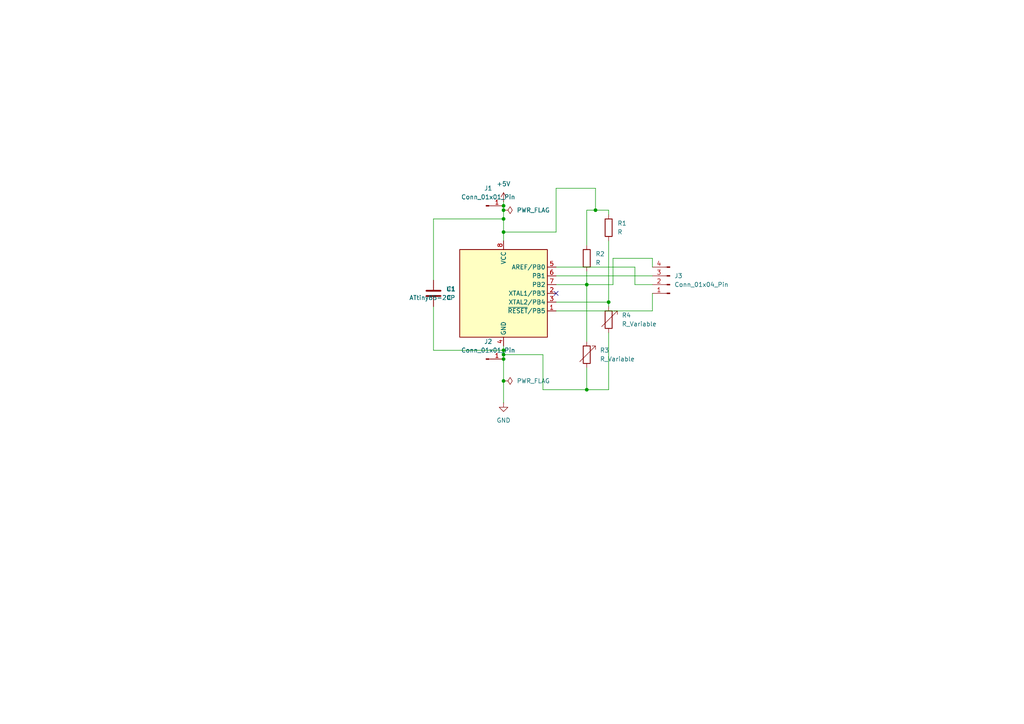
<source format=kicad_sch>
(kicad_sch
	(version 20231120)
	(generator "eeschema")
	(generator_version "8.0")
	(uuid "90008a7c-6243-4ff5-a760-c4535a0a12e9")
	(paper "A4")
	(lib_symbols
		(symbol "Connector:Conn_01x01_Pin"
			(pin_names
				(offset 1.016) hide)
			(exclude_from_sim no)
			(in_bom yes)
			(on_board yes)
			(property "Reference" "J"
				(at 0 2.54 0)
				(effects
					(font
						(size 1.27 1.27)
					)
				)
			)
			(property "Value" "Conn_01x01_Pin"
				(at 0 -2.54 0)
				(effects
					(font
						(size 1.27 1.27)
					)
				)
			)
			(property "Footprint" ""
				(at 0 0 0)
				(effects
					(font
						(size 1.27 1.27)
					)
					(hide yes)
				)
			)
			(property "Datasheet" "~"
				(at 0 0 0)
				(effects
					(font
						(size 1.27 1.27)
					)
					(hide yes)
				)
			)
			(property "Description" "Generic connector, single row, 01x01, script generated"
				(at 0 0 0)
				(effects
					(font
						(size 1.27 1.27)
					)
					(hide yes)
				)
			)
			(property "ki_locked" ""
				(at 0 0 0)
				(effects
					(font
						(size 1.27 1.27)
					)
				)
			)
			(property "ki_keywords" "connector"
				(at 0 0 0)
				(effects
					(font
						(size 1.27 1.27)
					)
					(hide yes)
				)
			)
			(property "ki_fp_filters" "Connector*:*_1x??_*"
				(at 0 0 0)
				(effects
					(font
						(size 1.27 1.27)
					)
					(hide yes)
				)
			)
			(symbol "Conn_01x01_Pin_1_1"
				(polyline
					(pts
						(xy 1.27 0) (xy 0.8636 0)
					)
					(stroke
						(width 0.1524)
						(type default)
					)
					(fill
						(type none)
					)
				)
				(rectangle
					(start 0.8636 0.127)
					(end 0 -0.127)
					(stroke
						(width 0.1524)
						(type default)
					)
					(fill
						(type outline)
					)
				)
				(pin passive line
					(at 5.08 0 180)
					(length 3.81)
					(name "Pin_1"
						(effects
							(font
								(size 1.27 1.27)
							)
						)
					)
					(number "1"
						(effects
							(font
								(size 1.27 1.27)
							)
						)
					)
				)
			)
		)
		(symbol "Connector:Conn_01x04_Pin"
			(pin_names
				(offset 1.016) hide)
			(exclude_from_sim no)
			(in_bom yes)
			(on_board yes)
			(property "Reference" "J"
				(at 0 5.08 0)
				(effects
					(font
						(size 1.27 1.27)
					)
				)
			)
			(property "Value" "Conn_01x04_Pin"
				(at 0 -7.62 0)
				(effects
					(font
						(size 1.27 1.27)
					)
				)
			)
			(property "Footprint" ""
				(at 0 0 0)
				(effects
					(font
						(size 1.27 1.27)
					)
					(hide yes)
				)
			)
			(property "Datasheet" "~"
				(at 0 0 0)
				(effects
					(font
						(size 1.27 1.27)
					)
					(hide yes)
				)
			)
			(property "Description" "Generic connector, single row, 01x04, script generated"
				(at 0 0 0)
				(effects
					(font
						(size 1.27 1.27)
					)
					(hide yes)
				)
			)
			(property "ki_locked" ""
				(at 0 0 0)
				(effects
					(font
						(size 1.27 1.27)
					)
				)
			)
			(property "ki_keywords" "connector"
				(at 0 0 0)
				(effects
					(font
						(size 1.27 1.27)
					)
					(hide yes)
				)
			)
			(property "ki_fp_filters" "Connector*:*_1x??_*"
				(at 0 0 0)
				(effects
					(font
						(size 1.27 1.27)
					)
					(hide yes)
				)
			)
			(symbol "Conn_01x04_Pin_1_1"
				(polyline
					(pts
						(xy 1.27 -5.08) (xy 0.8636 -5.08)
					)
					(stroke
						(width 0.1524)
						(type default)
					)
					(fill
						(type none)
					)
				)
				(polyline
					(pts
						(xy 1.27 -2.54) (xy 0.8636 -2.54)
					)
					(stroke
						(width 0.1524)
						(type default)
					)
					(fill
						(type none)
					)
				)
				(polyline
					(pts
						(xy 1.27 0) (xy 0.8636 0)
					)
					(stroke
						(width 0.1524)
						(type default)
					)
					(fill
						(type none)
					)
				)
				(polyline
					(pts
						(xy 1.27 2.54) (xy 0.8636 2.54)
					)
					(stroke
						(width 0.1524)
						(type default)
					)
					(fill
						(type none)
					)
				)
				(rectangle
					(start 0.8636 -4.953)
					(end 0 -5.207)
					(stroke
						(width 0.1524)
						(type default)
					)
					(fill
						(type outline)
					)
				)
				(rectangle
					(start 0.8636 -2.413)
					(end 0 -2.667)
					(stroke
						(width 0.1524)
						(type default)
					)
					(fill
						(type outline)
					)
				)
				(rectangle
					(start 0.8636 0.127)
					(end 0 -0.127)
					(stroke
						(width 0.1524)
						(type default)
					)
					(fill
						(type outline)
					)
				)
				(rectangle
					(start 0.8636 2.667)
					(end 0 2.413)
					(stroke
						(width 0.1524)
						(type default)
					)
					(fill
						(type outline)
					)
				)
				(pin passive line
					(at 5.08 2.54 180)
					(length 3.81)
					(name "Pin_1"
						(effects
							(font
								(size 1.27 1.27)
							)
						)
					)
					(number "1"
						(effects
							(font
								(size 1.27 1.27)
							)
						)
					)
				)
				(pin passive line
					(at 5.08 0 180)
					(length 3.81)
					(name "Pin_2"
						(effects
							(font
								(size 1.27 1.27)
							)
						)
					)
					(number "2"
						(effects
							(font
								(size 1.27 1.27)
							)
						)
					)
				)
				(pin passive line
					(at 5.08 -2.54 180)
					(length 3.81)
					(name "Pin_3"
						(effects
							(font
								(size 1.27 1.27)
							)
						)
					)
					(number "3"
						(effects
							(font
								(size 1.27 1.27)
							)
						)
					)
				)
				(pin passive line
					(at 5.08 -5.08 180)
					(length 3.81)
					(name "Pin_4"
						(effects
							(font
								(size 1.27 1.27)
							)
						)
					)
					(number "4"
						(effects
							(font
								(size 1.27 1.27)
							)
						)
					)
				)
			)
		)
		(symbol "Device:C"
			(pin_numbers hide)
			(pin_names
				(offset 0.254)
			)
			(exclude_from_sim no)
			(in_bom yes)
			(on_board yes)
			(property "Reference" "C"
				(at 0.635 2.54 0)
				(effects
					(font
						(size 1.27 1.27)
					)
					(justify left)
				)
			)
			(property "Value" "C"
				(at 0.635 -2.54 0)
				(effects
					(font
						(size 1.27 1.27)
					)
					(justify left)
				)
			)
			(property "Footprint" ""
				(at 0.9652 -3.81 0)
				(effects
					(font
						(size 1.27 1.27)
					)
					(hide yes)
				)
			)
			(property "Datasheet" "~"
				(at 0 0 0)
				(effects
					(font
						(size 1.27 1.27)
					)
					(hide yes)
				)
			)
			(property "Description" "Unpolarized capacitor"
				(at 0 0 0)
				(effects
					(font
						(size 1.27 1.27)
					)
					(hide yes)
				)
			)
			(property "ki_keywords" "cap capacitor"
				(at 0 0 0)
				(effects
					(font
						(size 1.27 1.27)
					)
					(hide yes)
				)
			)
			(property "ki_fp_filters" "C_*"
				(at 0 0 0)
				(effects
					(font
						(size 1.27 1.27)
					)
					(hide yes)
				)
			)
			(symbol "C_0_1"
				(polyline
					(pts
						(xy -2.032 -0.762) (xy 2.032 -0.762)
					)
					(stroke
						(width 0.508)
						(type default)
					)
					(fill
						(type none)
					)
				)
				(polyline
					(pts
						(xy -2.032 0.762) (xy 2.032 0.762)
					)
					(stroke
						(width 0.508)
						(type default)
					)
					(fill
						(type none)
					)
				)
			)
			(symbol "C_1_1"
				(pin passive line
					(at 0 3.81 270)
					(length 2.794)
					(name "~"
						(effects
							(font
								(size 1.27 1.27)
							)
						)
					)
					(number "1"
						(effects
							(font
								(size 1.27 1.27)
							)
						)
					)
				)
				(pin passive line
					(at 0 -3.81 90)
					(length 2.794)
					(name "~"
						(effects
							(font
								(size 1.27 1.27)
							)
						)
					)
					(number "2"
						(effects
							(font
								(size 1.27 1.27)
							)
						)
					)
				)
			)
		)
		(symbol "Device:R"
			(pin_numbers hide)
			(pin_names
				(offset 0)
			)
			(exclude_from_sim no)
			(in_bom yes)
			(on_board yes)
			(property "Reference" "R"
				(at 2.032 0 90)
				(effects
					(font
						(size 1.27 1.27)
					)
				)
			)
			(property "Value" "R"
				(at 0 0 90)
				(effects
					(font
						(size 1.27 1.27)
					)
				)
			)
			(property "Footprint" ""
				(at -1.778 0 90)
				(effects
					(font
						(size 1.27 1.27)
					)
					(hide yes)
				)
			)
			(property "Datasheet" "~"
				(at 0 0 0)
				(effects
					(font
						(size 1.27 1.27)
					)
					(hide yes)
				)
			)
			(property "Description" "Resistor"
				(at 0 0 0)
				(effects
					(font
						(size 1.27 1.27)
					)
					(hide yes)
				)
			)
			(property "ki_keywords" "R res resistor"
				(at 0 0 0)
				(effects
					(font
						(size 1.27 1.27)
					)
					(hide yes)
				)
			)
			(property "ki_fp_filters" "R_*"
				(at 0 0 0)
				(effects
					(font
						(size 1.27 1.27)
					)
					(hide yes)
				)
			)
			(symbol "R_0_1"
				(rectangle
					(start -1.016 -2.54)
					(end 1.016 2.54)
					(stroke
						(width 0.254)
						(type default)
					)
					(fill
						(type none)
					)
				)
			)
			(symbol "R_1_1"
				(pin passive line
					(at 0 3.81 270)
					(length 1.27)
					(name "~"
						(effects
							(font
								(size 1.27 1.27)
							)
						)
					)
					(number "1"
						(effects
							(font
								(size 1.27 1.27)
							)
						)
					)
				)
				(pin passive line
					(at 0 -3.81 90)
					(length 1.27)
					(name "~"
						(effects
							(font
								(size 1.27 1.27)
							)
						)
					)
					(number "2"
						(effects
							(font
								(size 1.27 1.27)
							)
						)
					)
				)
			)
		)
		(symbol "Device:R_Variable"
			(pin_numbers hide)
			(pin_names
				(offset 0)
			)
			(exclude_from_sim no)
			(in_bom yes)
			(on_board yes)
			(property "Reference" "R"
				(at 2.54 -2.54 90)
				(effects
					(font
						(size 1.27 1.27)
					)
					(justify left)
				)
			)
			(property "Value" "R_Variable"
				(at -2.54 -1.27 90)
				(effects
					(font
						(size 1.27 1.27)
					)
					(justify left)
				)
			)
			(property "Footprint" ""
				(at -1.778 0 90)
				(effects
					(font
						(size 1.27 1.27)
					)
					(hide yes)
				)
			)
			(property "Datasheet" "~"
				(at 0 0 0)
				(effects
					(font
						(size 1.27 1.27)
					)
					(hide yes)
				)
			)
			(property "Description" "force sensitive resistor"
				(at 0 0 0)
				(effects
					(font
						(size 1.27 1.27)
						(color 0 69 255 1)
					)
					(hide yes)
				)
			)
			(property "ki_keywords" "R res resistor variable potentiometer rheostat"
				(at 0 0 0)
				(effects
					(font
						(size 1.27 1.27)
					)
					(hide yes)
				)
			)
			(property "ki_fp_filters" "R_*"
				(at 0 0 0)
				(effects
					(font
						(size 1.27 1.27)
					)
					(hide yes)
				)
			)
			(symbol "R_Variable_0_1"
				(rectangle
					(start -1.016 -2.54)
					(end 1.016 2.54)
					(stroke
						(width 0.254)
						(type default)
					)
					(fill
						(type none)
					)
				)
				(polyline
					(pts
						(xy 2.54 1.524) (xy 2.54 2.54) (xy 1.524 2.54) (xy 2.54 2.54) (xy -2.032 -2.032)
					)
					(stroke
						(width 0)
						(type default)
					)
					(fill
						(type none)
					)
				)
			)
			(symbol "R_Variable_1_1"
				(pin passive line
					(at 0 3.81 270)
					(length 1.27)
					(name "~"
						(effects
							(font
								(size 1.27 1.27)
							)
						)
					)
					(number "1"
						(effects
							(font
								(size 1.27 1.27)
							)
						)
					)
				)
				(pin passive line
					(at 0 -3.81 90)
					(length 1.27)
					(name "~"
						(effects
							(font
								(size 1.27 1.27)
							)
						)
					)
					(number "2"
						(effects
							(font
								(size 1.27 1.27)
							)
						)
					)
				)
			)
		)
		(symbol "MCU_Microchip_ATtiny:ATtiny85-20P"
			(exclude_from_sim no)
			(in_bom yes)
			(on_board yes)
			(property "Reference" "U"
				(at -12.7 13.97 0)
				(effects
					(font
						(size 1.27 1.27)
					)
					(justify left bottom)
				)
			)
			(property "Value" "ATtiny85-20P"
				(at 2.54 -13.97 0)
				(effects
					(font
						(size 1.27 1.27)
					)
					(justify left top)
				)
			)
			(property "Footprint" "Package_DIP:DIP-8_W7.62mm"
				(at 0 0 0)
				(effects
					(font
						(size 1.27 1.27)
						(italic yes)
					)
					(hide yes)
				)
			)
			(property "Datasheet" "http://ww1.microchip.com/downloads/en/DeviceDoc/atmel-2586-avr-8-bit-microcontroller-attiny25-attiny45-attiny85_datasheet.pdf"
				(at 0 0 0)
				(effects
					(font
						(size 1.27 1.27)
					)
					(hide yes)
				)
			)
			(property "Description" "20MHz, 8kB Flash, 512B SRAM, 512B EEPROM, debugWIRE, DIP-8"
				(at 0 0 0)
				(effects
					(font
						(size 1.27 1.27)
					)
					(hide yes)
				)
			)
			(property "ki_keywords" "AVR 8bit Microcontroller tinyAVR"
				(at 0 0 0)
				(effects
					(font
						(size 1.27 1.27)
					)
					(hide yes)
				)
			)
			(property "ki_fp_filters" "DIP*W7.62mm*"
				(at 0 0 0)
				(effects
					(font
						(size 1.27 1.27)
					)
					(hide yes)
				)
			)
			(symbol "ATtiny85-20P_0_1"
				(rectangle
					(start -12.7 -12.7)
					(end 12.7 12.7)
					(stroke
						(width 0.254)
						(type default)
					)
					(fill
						(type background)
					)
				)
			)
			(symbol "ATtiny85-20P_1_1"
				(pin bidirectional line
					(at 15.24 -5.08 180)
					(length 2.54)
					(name "~{RESET}/PB5"
						(effects
							(font
								(size 1.27 1.27)
							)
						)
					)
					(number "1"
						(effects
							(font
								(size 1.27 1.27)
							)
						)
					)
				)
				(pin bidirectional line
					(at 15.24 0 180)
					(length 2.54)
					(name "XTAL1/PB3"
						(effects
							(font
								(size 1.27 1.27)
							)
						)
					)
					(number "2"
						(effects
							(font
								(size 1.27 1.27)
							)
						)
					)
				)
				(pin bidirectional line
					(at 15.24 -2.54 180)
					(length 2.54)
					(name "XTAL2/PB4"
						(effects
							(font
								(size 1.27 1.27)
							)
						)
					)
					(number "3"
						(effects
							(font
								(size 1.27 1.27)
							)
						)
					)
				)
				(pin power_in line
					(at 0 -15.24 90)
					(length 2.54)
					(name "GND"
						(effects
							(font
								(size 1.27 1.27)
							)
						)
					)
					(number "4"
						(effects
							(font
								(size 1.27 1.27)
							)
						)
					)
				)
				(pin bidirectional line
					(at 15.24 7.62 180)
					(length 2.54)
					(name "AREF/PB0"
						(effects
							(font
								(size 1.27 1.27)
							)
						)
					)
					(number "5"
						(effects
							(font
								(size 1.27 1.27)
							)
						)
					)
				)
				(pin bidirectional line
					(at 15.24 5.08 180)
					(length 2.54)
					(name "PB1"
						(effects
							(font
								(size 1.27 1.27)
							)
						)
					)
					(number "6"
						(effects
							(font
								(size 1.27 1.27)
							)
						)
					)
				)
				(pin bidirectional line
					(at 15.24 2.54 180)
					(length 2.54)
					(name "PB2"
						(effects
							(font
								(size 1.27 1.27)
							)
						)
					)
					(number "7"
						(effects
							(font
								(size 1.27 1.27)
							)
						)
					)
				)
				(pin power_in line
					(at 0 15.24 270)
					(length 2.54)
					(name "VCC"
						(effects
							(font
								(size 1.27 1.27)
							)
						)
					)
					(number "8"
						(effects
							(font
								(size 1.27 1.27)
							)
						)
					)
				)
			)
		)
		(symbol "power:+5V"
			(power)
			(pin_numbers hide)
			(pin_names
				(offset 0) hide)
			(exclude_from_sim no)
			(in_bom yes)
			(on_board yes)
			(property "Reference" "#PWR"
				(at 0 -3.81 0)
				(effects
					(font
						(size 1.27 1.27)
					)
					(hide yes)
				)
			)
			(property "Value" "+5V"
				(at 0 3.556 0)
				(effects
					(font
						(size 1.27 1.27)
					)
				)
			)
			(property "Footprint" ""
				(at 0 0 0)
				(effects
					(font
						(size 1.27 1.27)
					)
					(hide yes)
				)
			)
			(property "Datasheet" ""
				(at 0 0 0)
				(effects
					(font
						(size 1.27 1.27)
					)
					(hide yes)
				)
			)
			(property "Description" "Power symbol creates a global label with name \"+5V\""
				(at 0 0 0)
				(effects
					(font
						(size 1.27 1.27)
					)
					(hide yes)
				)
			)
			(property "ki_keywords" "global power"
				(at 0 0 0)
				(effects
					(font
						(size 1.27 1.27)
					)
					(hide yes)
				)
			)
			(symbol "+5V_0_1"
				(polyline
					(pts
						(xy -0.762 1.27) (xy 0 2.54)
					)
					(stroke
						(width 0)
						(type default)
					)
					(fill
						(type none)
					)
				)
				(polyline
					(pts
						(xy 0 0) (xy 0 2.54)
					)
					(stroke
						(width 0)
						(type default)
					)
					(fill
						(type none)
					)
				)
				(polyline
					(pts
						(xy 0 2.54) (xy 0.762 1.27)
					)
					(stroke
						(width 0)
						(type default)
					)
					(fill
						(type none)
					)
				)
			)
			(symbol "+5V_1_1"
				(pin power_in line
					(at 0 0 90)
					(length 0)
					(name "~"
						(effects
							(font
								(size 1.27 1.27)
							)
						)
					)
					(number "1"
						(effects
							(font
								(size 1.27 1.27)
							)
						)
					)
				)
			)
		)
		(symbol "power:GND"
			(power)
			(pin_numbers hide)
			(pin_names
				(offset 0) hide)
			(exclude_from_sim no)
			(in_bom yes)
			(on_board yes)
			(property "Reference" "#PWR"
				(at 0 -6.35 0)
				(effects
					(font
						(size 1.27 1.27)
					)
					(hide yes)
				)
			)
			(property "Value" "GND"
				(at 0 -3.81 0)
				(effects
					(font
						(size 1.27 1.27)
					)
				)
			)
			(property "Footprint" ""
				(at 0 0 0)
				(effects
					(font
						(size 1.27 1.27)
					)
					(hide yes)
				)
			)
			(property "Datasheet" ""
				(at 0 0 0)
				(effects
					(font
						(size 1.27 1.27)
					)
					(hide yes)
				)
			)
			(property "Description" "Power symbol creates a global label with name \"GND\" , ground"
				(at 0 0 0)
				(effects
					(font
						(size 1.27 1.27)
					)
					(hide yes)
				)
			)
			(property "ki_keywords" "global power"
				(at 0 0 0)
				(effects
					(font
						(size 1.27 1.27)
					)
					(hide yes)
				)
			)
			(symbol "GND_0_1"
				(polyline
					(pts
						(xy 0 0) (xy 0 -1.27) (xy 1.27 -1.27) (xy 0 -2.54) (xy -1.27 -1.27) (xy 0 -1.27)
					)
					(stroke
						(width 0)
						(type default)
					)
					(fill
						(type none)
					)
				)
			)
			(symbol "GND_1_1"
				(pin power_in line
					(at 0 0 270)
					(length 0)
					(name "~"
						(effects
							(font
								(size 1.27 1.27)
							)
						)
					)
					(number "1"
						(effects
							(font
								(size 1.27 1.27)
							)
						)
					)
				)
			)
		)
		(symbol "power:PWR_FLAG"
			(power)
			(pin_numbers hide)
			(pin_names
				(offset 0) hide)
			(exclude_from_sim no)
			(in_bom yes)
			(on_board yes)
			(property "Reference" "#FLG"
				(at 0 1.905 0)
				(effects
					(font
						(size 1.27 1.27)
					)
					(hide yes)
				)
			)
			(property "Value" "PWR_FLAG"
				(at 0 3.81 0)
				(effects
					(font
						(size 1.27 1.27)
					)
				)
			)
			(property "Footprint" ""
				(at 0 0 0)
				(effects
					(font
						(size 1.27 1.27)
					)
					(hide yes)
				)
			)
			(property "Datasheet" "~"
				(at 0 0 0)
				(effects
					(font
						(size 1.27 1.27)
					)
					(hide yes)
				)
			)
			(property "Description" "Special symbol for telling ERC where power comes from"
				(at 0 0 0)
				(effects
					(font
						(size 1.27 1.27)
					)
					(hide yes)
				)
			)
			(property "ki_keywords" "flag power"
				(at 0 0 0)
				(effects
					(font
						(size 1.27 1.27)
					)
					(hide yes)
				)
			)
			(symbol "PWR_FLAG_0_0"
				(pin power_out line
					(at 0 0 90)
					(length 0)
					(name "~"
						(effects
							(font
								(size 1.27 1.27)
							)
						)
					)
					(number "1"
						(effects
							(font
								(size 1.27 1.27)
							)
						)
					)
				)
			)
			(symbol "PWR_FLAG_0_1"
				(polyline
					(pts
						(xy 0 0) (xy 0 1.27) (xy -1.016 1.905) (xy 0 2.54) (xy 1.016 1.905) (xy 0 1.27)
					)
					(stroke
						(width 0)
						(type default)
					)
					(fill
						(type none)
					)
				)
			)
		)
	)
	(junction
		(at 170.18 113.03)
		(diameter 0)
		(color 0 0 0 0)
		(uuid "0fa65061-a1a8-47c5-a094-eee78e08875b")
	)
	(junction
		(at 146.05 110.49)
		(diameter 0)
		(color 0 0 0 0)
		(uuid "3eaf7a52-dde7-4d5d-b079-24172f52eef8")
	)
	(junction
		(at 146.05 63.5)
		(diameter 0)
		(color 0 0 0 0)
		(uuid "431daa52-a144-481b-8524-865ceda1338f")
	)
	(junction
		(at 146.05 67.31)
		(diameter 0)
		(color 0 0 0 0)
		(uuid "4ffd858d-5d2f-49db-8396-463b65b00620")
	)
	(junction
		(at 172.72 60.96)
		(diameter 0)
		(color 0 0 0 0)
		(uuid "6f12496f-7c0b-45db-92f9-6f0e7276f3f5")
	)
	(junction
		(at 146.05 104.14)
		(diameter 0)
		(color 0 0 0 0)
		(uuid "a408f29b-19af-4cfa-b452-620d09993091")
	)
	(junction
		(at 170.18 82.55)
		(diameter 0)
		(color 0 0 0 0)
		(uuid "ce417a35-c6e1-42be-a5d4-bfd86c338862")
	)
	(junction
		(at 176.53 87.63)
		(diameter 0)
		(color 0 0 0 0)
		(uuid "d3d2da6c-3681-4f84-91c1-0329ee451bf2")
	)
	(junction
		(at 146.05 101.6)
		(diameter 0)
		(color 0 0 0 0)
		(uuid "eb5d9ab0-724f-437f-824f-203888b9d5d8")
	)
	(junction
		(at 146.05 60.96)
		(diameter 0)
		(color 0 0 0 0)
		(uuid "ef5c209a-57ea-453f-a0b1-a610a6053e95")
	)
	(junction
		(at 146.05 59.69)
		(diameter 0)
		(color 0 0 0 0)
		(uuid "f02eccaa-46b5-4281-b079-f529cde48402")
	)
	(junction
		(at 146.05 102.87)
		(diameter 0)
		(color 0 0 0 0)
		(uuid "f74150be-ee28-4fcc-82b7-101504ca8dcd")
	)
	(no_connect
		(at 161.29 85.09)
		(uuid "e8b1e3ca-e424-46e5-89e9-eab918bc8a7f")
	)
	(wire
		(pts
			(xy 146.05 63.5) (xy 125.73 63.5)
		)
		(stroke
			(width 0)
			(type default)
		)
		(uuid "207ced35-3df6-4b81-82c3-5a78c80b25a4")
	)
	(wire
		(pts
			(xy 161.29 54.61) (xy 161.29 67.31)
		)
		(stroke
			(width 0)
			(type default)
		)
		(uuid "208032f4-bc5e-4fd3-bce1-ef3ef5e119c5")
	)
	(wire
		(pts
			(xy 176.53 69.85) (xy 176.53 87.63)
		)
		(stroke
			(width 0)
			(type default)
		)
		(uuid "2a1c4d34-2bb0-4e87-9296-17631edfd926")
	)
	(wire
		(pts
			(xy 176.53 87.63) (xy 176.53 88.9)
		)
		(stroke
			(width 0)
			(type default)
		)
		(uuid "36ca8cd6-a3df-4253-9c49-5bccf7a1ddd2")
	)
	(wire
		(pts
			(xy 146.05 63.5) (xy 146.05 67.31)
		)
		(stroke
			(width 0)
			(type default)
		)
		(uuid "395258b9-9166-4854-adc7-587505a0c04e")
	)
	(wire
		(pts
			(xy 146.05 58.42) (xy 146.05 59.69)
		)
		(stroke
			(width 0)
			(type default)
		)
		(uuid "3f0d1dc5-066d-417a-b2f0-07efb1302a58")
	)
	(wire
		(pts
			(xy 125.73 63.5) (xy 125.73 81.28)
		)
		(stroke
			(width 0)
			(type default)
		)
		(uuid "431fc496-2bb4-4b0d-863f-f0b874677480")
	)
	(wire
		(pts
			(xy 170.18 82.55) (xy 177.8 82.55)
		)
		(stroke
			(width 0)
			(type default)
		)
		(uuid "4743656f-aa8c-4ef7-93ad-410e19bddfe6")
	)
	(wire
		(pts
			(xy 170.18 106.68) (xy 170.18 113.03)
		)
		(stroke
			(width 0)
			(type default)
		)
		(uuid "4b842481-b7d1-4634-9a1f-bacb41d3a247")
	)
	(wire
		(pts
			(xy 146.05 110.49) (xy 146.05 116.84)
		)
		(stroke
			(width 0)
			(type default)
		)
		(uuid "53a9a2d1-d961-4722-bc8c-70b411c84dc5")
	)
	(wire
		(pts
			(xy 146.05 104.14) (xy 146.05 110.49)
		)
		(stroke
			(width 0)
			(type default)
		)
		(uuid "57cf7a52-40d9-495c-96b1-28e8f9e25aa3")
	)
	(wire
		(pts
			(xy 161.29 77.47) (xy 184.15 77.47)
		)
		(stroke
			(width 0)
			(type default)
		)
		(uuid "589490e6-8ce0-4177-acde-83c9f70fef0c")
	)
	(wire
		(pts
			(xy 184.15 77.47) (xy 184.15 82.55)
		)
		(stroke
			(width 0)
			(type default)
		)
		(uuid "64c7e6a4-9079-442b-8cd4-aa0fb423c7ac")
	)
	(wire
		(pts
			(xy 189.23 90.17) (xy 189.23 85.09)
		)
		(stroke
			(width 0)
			(type default)
		)
		(uuid "672f6b32-324c-4e88-8aa3-0e9cd5dea166")
	)
	(wire
		(pts
			(xy 161.29 87.63) (xy 176.53 87.63)
		)
		(stroke
			(width 0)
			(type default)
		)
		(uuid "6b95d092-7ffc-4925-bdac-c26eba098a7b")
	)
	(wire
		(pts
			(xy 176.53 96.52) (xy 176.53 113.03)
		)
		(stroke
			(width 0)
			(type default)
		)
		(uuid "6cff7a58-b843-4d1d-878a-64b69016a894")
	)
	(wire
		(pts
			(xy 176.53 60.96) (xy 176.53 62.23)
		)
		(stroke
			(width 0)
			(type default)
		)
		(uuid "77fe520b-ee02-48ac-8179-999881105065")
	)
	(wire
		(pts
			(xy 161.29 80.01) (xy 189.23 80.01)
		)
		(stroke
			(width 0)
			(type default)
		)
		(uuid "79ae2ef0-1f18-412b-838a-a9fa63527749")
	)
	(wire
		(pts
			(xy 146.05 59.69) (xy 146.05 60.96)
		)
		(stroke
			(width 0)
			(type default)
		)
		(uuid "7ba3a813-fbac-48c6-9fa2-8384a31c2cb1")
	)
	(wire
		(pts
			(xy 170.18 113.03) (xy 157.48 113.03)
		)
		(stroke
			(width 0)
			(type default)
		)
		(uuid "7c5faf76-84cb-40dd-8f80-68f72ce32e42")
	)
	(wire
		(pts
			(xy 146.05 100.33) (xy 146.05 101.6)
		)
		(stroke
			(width 0)
			(type default)
		)
		(uuid "88b85075-601a-405f-8109-b90642dd1732")
	)
	(wire
		(pts
			(xy 177.8 74.93) (xy 189.23 74.93)
		)
		(stroke
			(width 0)
			(type default)
		)
		(uuid "8f038759-ec45-4416-98fb-408f03cce363")
	)
	(wire
		(pts
			(xy 189.23 74.93) (xy 189.23 77.47)
		)
		(stroke
			(width 0)
			(type default)
		)
		(uuid "93badf87-3537-42bd-8f67-ca405587313c")
	)
	(wire
		(pts
			(xy 170.18 82.55) (xy 170.18 99.06)
		)
		(stroke
			(width 0)
			(type default)
		)
		(uuid "99bdc92d-cb88-4ddf-bb2b-a258675c134a")
	)
	(wire
		(pts
			(xy 172.72 54.61) (xy 161.29 54.61)
		)
		(stroke
			(width 0)
			(type default)
		)
		(uuid "9b9d894b-4382-4349-8587-2d000bd42993")
	)
	(wire
		(pts
			(xy 172.72 60.96) (xy 172.72 54.61)
		)
		(stroke
			(width 0)
			(type default)
		)
		(uuid "9e027e49-2212-4c1f-a435-d31341458b3a")
	)
	(wire
		(pts
			(xy 146.05 101.6) (xy 146.05 102.87)
		)
		(stroke
			(width 0)
			(type default)
		)
		(uuid "9ed81c1f-165b-47e9-9a7b-5d498516e5e0")
	)
	(wire
		(pts
			(xy 157.48 102.87) (xy 146.05 102.87)
		)
		(stroke
			(width 0)
			(type default)
		)
		(uuid "a1175b19-bcf0-4c9f-9412-d2cb5a26be1f")
	)
	(wire
		(pts
			(xy 125.73 101.6) (xy 146.05 101.6)
		)
		(stroke
			(width 0)
			(type default)
		)
		(uuid "a64e0c9b-c46d-4d11-b81c-686a4ec0b70e")
	)
	(wire
		(pts
			(xy 146.05 67.31) (xy 146.05 69.85)
		)
		(stroke
			(width 0)
			(type default)
		)
		(uuid "a95c5d37-0e72-4aec-a5bb-250669bb625d")
	)
	(wire
		(pts
			(xy 170.18 60.96) (xy 170.18 71.12)
		)
		(stroke
			(width 0)
			(type default)
		)
		(uuid "ad80003e-5dca-4f00-8d07-a57b611b9e50")
	)
	(wire
		(pts
			(xy 170.18 113.03) (xy 176.53 113.03)
		)
		(stroke
			(width 0)
			(type default)
		)
		(uuid "af28164b-c519-479f-b559-6749244b2d6f")
	)
	(wire
		(pts
			(xy 161.29 90.17) (xy 189.23 90.17)
		)
		(stroke
			(width 0)
			(type default)
		)
		(uuid "b76bbb40-4c1d-404c-8974-144f31825f4b")
	)
	(wire
		(pts
			(xy 146.05 60.96) (xy 146.05 63.5)
		)
		(stroke
			(width 0)
			(type default)
		)
		(uuid "ba8c5b41-99b1-4df3-ba92-b75582f5fd0f")
	)
	(wire
		(pts
			(xy 125.73 88.9) (xy 125.73 101.6)
		)
		(stroke
			(width 0)
			(type default)
		)
		(uuid "c1c2e5fc-a642-4682-a69c-cb918b130c35")
	)
	(wire
		(pts
			(xy 157.48 113.03) (xy 157.48 102.87)
		)
		(stroke
			(width 0)
			(type default)
		)
		(uuid "c3adad30-4400-4945-a1e6-18ee88dcd267")
	)
	(wire
		(pts
			(xy 170.18 60.96) (xy 172.72 60.96)
		)
		(stroke
			(width 0)
			(type default)
		)
		(uuid "c5e6d7bb-9536-4e71-8cbf-8ea05ce939b7")
	)
	(wire
		(pts
			(xy 170.18 78.74) (xy 170.18 82.55)
		)
		(stroke
			(width 0)
			(type default)
		)
		(uuid "cda0e890-0ba4-4314-9d7e-4e17b9aac19c")
	)
	(wire
		(pts
			(xy 184.15 82.55) (xy 189.23 82.55)
		)
		(stroke
			(width 0)
			(type default)
		)
		(uuid "cf1883f6-2907-4247-bb70-ca71cf2512d6")
	)
	(wire
		(pts
			(xy 161.29 67.31) (xy 146.05 67.31)
		)
		(stroke
			(width 0)
			(type default)
		)
		(uuid "d8978cee-8ed5-4ebe-b2f1-486cd44bb582")
	)
	(wire
		(pts
			(xy 177.8 82.55) (xy 177.8 74.93)
		)
		(stroke
			(width 0)
			(type default)
		)
		(uuid "e59b0055-1dda-4d9b-95ac-5d356c0cda83")
	)
	(wire
		(pts
			(xy 146.05 102.87) (xy 146.05 104.14)
		)
		(stroke
			(width 0)
			(type default)
		)
		(uuid "e74d72dc-1f09-437e-9ca7-b2cb04ff499d")
	)
	(wire
		(pts
			(xy 161.29 82.55) (xy 170.18 82.55)
		)
		(stroke
			(width 0)
			(type default)
		)
		(uuid "f64a9dd2-c7a3-46cd-b05a-49374389fd0c")
	)
	(wire
		(pts
			(xy 172.72 60.96) (xy 176.53 60.96)
		)
		(stroke
			(width 0)
			(type default)
		)
		(uuid "f6ad989a-96c1-439a-ac1e-92f418bc2c52")
	)
	(symbol
		(lib_id "power:+5V")
		(at 146.05 58.42 0)
		(unit 1)
		(exclude_from_sim no)
		(in_bom yes)
		(on_board yes)
		(dnp no)
		(fields_autoplaced yes)
		(uuid "04119a38-84fd-4da5-b39d-e73c9ff23c34")
		(property "Reference" "#PWR01"
			(at 146.05 62.23 0)
			(effects
				(font
					(size 1.27 1.27)
				)
				(hide yes)
			)
		)
		(property "Value" "+5V"
			(at 146.05 53.34 0)
			(effects
				(font
					(size 1.27 1.27)
				)
			)
		)
		(property "Footprint" ""
			(at 146.05 58.42 0)
			(effects
				(font
					(size 1.27 1.27)
				)
				(hide yes)
			)
		)
		(property "Datasheet" ""
			(at 146.05 58.42 0)
			(effects
				(font
					(size 1.27 1.27)
				)
				(hide yes)
			)
		)
		(property "Description" "Power symbol creates a global label with name \"+5V\""
			(at 146.05 58.42 0)
			(effects
				(font
					(size 1.27 1.27)
				)
				(hide yes)
			)
		)
		(pin "1"
			(uuid "4b7e525f-bb5d-4898-a0ee-afc0534c0bc8")
		)
		(instances
			(project "adam_star"
				(path "/90008a7c-6243-4ff5-a760-c4535a0a12e9"
					(reference "#PWR01")
					(unit 1)
				)
			)
		)
	)
	(symbol
		(lib_id "Device:R")
		(at 170.18 74.93 180)
		(unit 1)
		(exclude_from_sim no)
		(in_bom yes)
		(on_board yes)
		(dnp no)
		(fields_autoplaced yes)
		(uuid "1585aca9-50c2-439d-8f1b-a977378192e9")
		(property "Reference" "R2"
			(at 172.72 73.6599 0)
			(effects
				(font
					(size 1.27 1.27)
				)
				(justify right)
			)
		)
		(property "Value" "R"
			(at 172.72 76.1999 0)
			(effects
				(font
					(size 1.27 1.27)
				)
				(justify right)
			)
		)
		(property "Footprint" "Resistor_THT:R_Axial_DIN0207_L6.3mm_D2.5mm_P5.08mm_Vertical"
			(at 171.958 74.93 90)
			(effects
				(font
					(size 1.27 1.27)
				)
				(hide yes)
			)
		)
		(property "Datasheet" "~"
			(at 170.18 74.93 0)
			(effects
				(font
					(size 1.27 1.27)
				)
				(hide yes)
			)
		)
		(property "Description" "Resistor"
			(at 170.18 74.93 0)
			(effects
				(font
					(size 1.27 1.27)
				)
				(hide yes)
			)
		)
		(pin "2"
			(uuid "2c46f14b-ea96-442a-be5e-4a8913ccac62")
		)
		(pin "1"
			(uuid "c438cdcc-cc42-43aa-b223-86f4fb60ca76")
		)
		(instances
			(project "adam_star"
				(path "/90008a7c-6243-4ff5-a760-c4535a0a12e9"
					(reference "R2")
					(unit 1)
				)
			)
		)
	)
	(symbol
		(lib_id "power:PWR_FLAG")
		(at 146.05 60.96 270)
		(unit 1)
		(exclude_from_sim no)
		(in_bom yes)
		(on_board yes)
		(dnp no)
		(fields_autoplaced yes)
		(uuid "383640a2-9d76-4df7-87b3-9aab5349f100")
		(property "Reference" "#FLG01"
			(at 147.955 60.96 0)
			(effects
				(font
					(size 1.27 1.27)
				)
				(hide yes)
			)
		)
		(property "Value" "PWR_FLAG"
			(at 149.86 60.9599 90)
			(effects
				(font
					(size 1.27 1.27)
				)
				(justify left)
			)
		)
		(property "Footprint" ""
			(at 146.05 60.96 0)
			(effects
				(font
					(size 1.27 1.27)
				)
				(hide yes)
			)
		)
		(property "Datasheet" "~"
			(at 146.05 60.96 0)
			(effects
				(font
					(size 1.27 1.27)
				)
				(hide yes)
			)
		)
		(property "Description" "Special symbol for telling ERC where power comes from"
			(at 146.05 60.96 0)
			(effects
				(font
					(size 1.27 1.27)
				)
				(hide yes)
			)
		)
		(pin "1"
			(uuid "3c4e4c0e-0dd2-41d7-bd71-d7e341a25637")
		)
		(instances
			(project "adam_star"
				(path "/90008a7c-6243-4ff5-a760-c4535a0a12e9"
					(reference "#FLG01")
					(unit 1)
				)
			)
		)
	)
	(symbol
		(lib_id "Connector:Conn_01x01_Pin")
		(at 140.97 59.69 0)
		(unit 1)
		(exclude_from_sim no)
		(in_bom yes)
		(on_board yes)
		(dnp no)
		(fields_autoplaced yes)
		(uuid "4439d26a-fd1d-46d6-8bb4-91de6b716ae3")
		(property "Reference" "J1"
			(at 141.605 54.61 0)
			(effects
				(font
					(size 1.27 1.27)
				)
			)
		)
		(property "Value" "Conn_01x01_Pin"
			(at 141.605 57.15 0)
			(effects
				(font
					(size 1.27 1.27)
				)
			)
		)
		(property "Footprint" "Connector_Pin:Pin_D0.7mm_L6.5mm_W1.8mm_FlatFork"
			(at 140.97 59.69 0)
			(effects
				(font
					(size 1.27 1.27)
				)
				(hide yes)
			)
		)
		(property "Datasheet" "~"
			(at 140.97 59.69 0)
			(effects
				(font
					(size 1.27 1.27)
				)
				(hide yes)
			)
		)
		(property "Description" "Generic connector, single row, 01x01, script generated"
			(at 140.97 59.69 0)
			(effects
				(font
					(size 1.27 1.27)
				)
				(hide yes)
			)
		)
		(pin "1"
			(uuid "7ea9ef9b-95bf-4ab2-a27d-b3ede0384dea")
		)
		(instances
			(project "adam_star"
				(path "/90008a7c-6243-4ff5-a760-c4535a0a12e9"
					(reference "J1")
					(unit 1)
				)
			)
		)
	)
	(symbol
		(lib_id "Device:R_Variable")
		(at 170.18 102.87 0)
		(unit 1)
		(exclude_from_sim no)
		(in_bom yes)
		(on_board yes)
		(dnp no)
		(fields_autoplaced yes)
		(uuid "4fb29c17-9156-4232-b1e9-7af957040e23")
		(property "Reference" "R3"
			(at 173.99 101.5999 0)
			(effects
				(font
					(size 1.27 1.27)
				)
				(justify left)
			)
		)
		(property "Value" "R_Variable"
			(at 173.99 104.1399 0)
			(effects
				(font
					(size 1.27 1.27)
				)
				(justify left)
			)
		)
		(property "Footprint" "Resistor_THT:R_Axial_DIN0204_L3.6mm_D1.6mm_P1.90mm_Vertical"
			(at 168.402 102.87 90)
			(effects
				(font
					(size 1.27 1.27)
				)
				(hide yes)
			)
		)
		(property "Datasheet" "~"
			(at 170.18 102.87 0)
			(effects
				(font
					(size 1.27 1.27)
				)
				(hide yes)
			)
		)
		(property "Description" "force sensitive resistor"
			(at 170.18 102.87 0)
			(effects
				(font
					(size 1.27 1.27)
					(color 0 69 255 1)
				)
				(hide yes)
			)
		)
		(pin "2"
			(uuid "a1212abb-aeb4-4fbd-92db-05616554d8a5")
		)
		(pin "1"
			(uuid "d51762eb-23c6-4e20-9a19-ed118fcfd3be")
		)
		(instances
			(project "adam_star"
				(path "/90008a7c-6243-4ff5-a760-c4535a0a12e9"
					(reference "R3")
					(unit 1)
				)
			)
		)
	)
	(symbol
		(lib_id "Device:R")
		(at 176.53 66.04 180)
		(unit 1)
		(exclude_from_sim no)
		(in_bom yes)
		(on_board yes)
		(dnp no)
		(fields_autoplaced yes)
		(uuid "55c4619f-9bce-484a-8da6-32eefb553df9")
		(property "Reference" "R1"
			(at 179.07 64.7699 0)
			(effects
				(font
					(size 1.27 1.27)
				)
				(justify right)
			)
		)
		(property "Value" "R"
			(at 179.07 67.3099 0)
			(effects
				(font
					(size 1.27 1.27)
				)
				(justify right)
			)
		)
		(property "Footprint" "Resistor_THT:R_Axial_DIN0207_L6.3mm_D2.5mm_P5.08mm_Vertical"
			(at 178.308 66.04 90)
			(effects
				(font
					(size 1.27 1.27)
				)
				(hide yes)
			)
		)
		(property "Datasheet" "~"
			(at 176.53 66.04 0)
			(effects
				(font
					(size 1.27 1.27)
				)
				(hide yes)
			)
		)
		(property "Description" "Resistor"
			(at 176.53 66.04 0)
			(effects
				(font
					(size 1.27 1.27)
				)
				(hide yes)
			)
		)
		(pin "2"
			(uuid "17fcff7c-5a2d-4f27-86f6-2257286f5744")
		)
		(pin "1"
			(uuid "ee7249dc-fe0a-4400-8229-2c59213d2b17")
		)
		(instances
			(project "adam_star"
				(path "/90008a7c-6243-4ff5-a760-c4535a0a12e9"
					(reference "R1")
					(unit 1)
				)
			)
		)
	)
	(symbol
		(lib_id "power:PWR_FLAG")
		(at 146.05 110.49 270)
		(unit 1)
		(exclude_from_sim no)
		(in_bom yes)
		(on_board yes)
		(dnp no)
		(fields_autoplaced yes)
		(uuid "753457b7-8120-4c2d-8378-2c006fb582dc")
		(property "Reference" "#FLG02"
			(at 147.955 110.49 0)
			(effects
				(font
					(size 1.27 1.27)
				)
				(hide yes)
			)
		)
		(property "Value" "PWR_FLAG"
			(at 149.86 110.4899 90)
			(effects
				(font
					(size 1.27 1.27)
				)
				(justify left)
			)
		)
		(property "Footprint" ""
			(at 146.05 110.49 0)
			(effects
				(font
					(size 1.27 1.27)
				)
				(hide yes)
			)
		)
		(property "Datasheet" "~"
			(at 146.05 110.49 0)
			(effects
				(font
					(size 1.27 1.27)
				)
				(hide yes)
			)
		)
		(property "Description" "Special symbol for telling ERC where power comes from"
			(at 146.05 110.49 0)
			(effects
				(font
					(size 1.27 1.27)
				)
				(hide yes)
			)
		)
		(pin "1"
			(uuid "3133db41-ddcd-45c0-a074-2791871137c8")
		)
		(instances
			(project "adam_star"
				(path "/90008a7c-6243-4ff5-a760-c4535a0a12e9"
					(reference "#FLG02")
					(unit 1)
				)
			)
		)
	)
	(symbol
		(lib_id "power:GND")
		(at 146.05 116.84 0)
		(unit 1)
		(exclude_from_sim no)
		(in_bom yes)
		(on_board yes)
		(dnp no)
		(fields_autoplaced yes)
		(uuid "7fbe96d0-dc7d-4df9-b959-aa8c609d6763")
		(property "Reference" "#PWR02"
			(at 146.05 123.19 0)
			(effects
				(font
					(size 1.27 1.27)
				)
				(hide yes)
			)
		)
		(property "Value" "GND"
			(at 146.05 121.92 0)
			(effects
				(font
					(size 1.27 1.27)
				)
			)
		)
		(property "Footprint" ""
			(at 146.05 116.84 0)
			(effects
				(font
					(size 1.27 1.27)
				)
				(hide yes)
			)
		)
		(property "Datasheet" ""
			(at 146.05 116.84 0)
			(effects
				(font
					(size 1.27 1.27)
				)
				(hide yes)
			)
		)
		(property "Description" "Power symbol creates a global label with name \"GND\" , ground"
			(at 146.05 116.84 0)
			(effects
				(font
					(size 1.27 1.27)
				)
				(hide yes)
			)
		)
		(pin "1"
			(uuid "4f80cc72-fbff-42dc-a03b-6e1798219ed9")
		)
		(instances
			(project "adam_star"
				(path "/90008a7c-6243-4ff5-a760-c4535a0a12e9"
					(reference "#PWR02")
					(unit 1)
				)
			)
		)
	)
	(symbol
		(lib_id "Device:C")
		(at 125.73 85.09 0)
		(unit 1)
		(exclude_from_sim no)
		(in_bom yes)
		(on_board yes)
		(dnp no)
		(fields_autoplaced yes)
		(uuid "869d40e7-903a-4a76-8070-cea5d5bea15b")
		(property "Reference" "C1"
			(at 129.54 83.8199 0)
			(effects
				(font
					(size 1.27 1.27)
				)
				(justify left)
			)
		)
		(property "Value" "C"
			(at 129.54 86.3599 0)
			(effects
				(font
					(size 1.27 1.27)
				)
				(justify left)
			)
		)
		(property "Footprint" "Capacitor_THT:C_Disc_D3.0mm_W2.0mm_P2.50mm"
			(at 126.6952 88.9 0)
			(effects
				(font
					(size 1.27 1.27)
				)
				(hide yes)
			)
		)
		(property "Datasheet" "~"
			(at 125.73 85.09 0)
			(effects
				(font
					(size 1.27 1.27)
				)
				(hide yes)
			)
		)
		(property "Description" "Unpolarized capacitor"
			(at 125.73 85.09 0)
			(effects
				(font
					(size 1.27 1.27)
				)
				(hide yes)
			)
		)
		(pin "2"
			(uuid "d6994103-3748-4b74-bed9-1366f0515b9c")
		)
		(pin "1"
			(uuid "a391604d-c6a4-4b33-8f58-6be4f00781e2")
		)
		(instances
			(project "adam_star"
				(path "/90008a7c-6243-4ff5-a760-c4535a0a12e9"
					(reference "C1")
					(unit 1)
				)
			)
		)
	)
	(symbol
		(lib_id "Connector:Conn_01x01_Pin")
		(at 140.97 104.14 0)
		(unit 1)
		(exclude_from_sim no)
		(in_bom yes)
		(on_board yes)
		(dnp no)
		(fields_autoplaced yes)
		(uuid "ab3e89c8-99ba-48dc-a72a-49b492e1c77e")
		(property "Reference" "J2"
			(at 141.605 99.06 0)
			(effects
				(font
					(size 1.27 1.27)
				)
			)
		)
		(property "Value" "Conn_01x01_Pin"
			(at 141.605 101.6 0)
			(effects
				(font
					(size 1.27 1.27)
				)
			)
		)
		(property "Footprint" "Connector_Pin:Pin_D1.0mm_L10.0mm"
			(at 140.97 104.14 0)
			(effects
				(font
					(size 1.27 1.27)
				)
				(hide yes)
			)
		)
		(property "Datasheet" "~"
			(at 140.97 104.14 0)
			(effects
				(font
					(size 1.27 1.27)
				)
				(hide yes)
			)
		)
		(property "Description" "Generic connector, single row, 01x01, script generated"
			(at 140.97 104.14 0)
			(effects
				(font
					(size 1.27 1.27)
				)
				(hide yes)
			)
		)
		(pin "1"
			(uuid "630414ca-bd8c-41d3-96cf-8f128f436856")
		)
		(instances
			(project "adam_star"
				(path "/90008a7c-6243-4ff5-a760-c4535a0a12e9"
					(reference "J2")
					(unit 1)
				)
			)
		)
	)
	(symbol
		(lib_id "Connector:Conn_01x04_Pin")
		(at 194.31 82.55 180)
		(unit 1)
		(exclude_from_sim no)
		(in_bom yes)
		(on_board yes)
		(dnp no)
		(fields_autoplaced yes)
		(uuid "b2106573-46a4-4806-94df-ae6e365c2bb2")
		(property "Reference" "J3"
			(at 195.58 80.0099 0)
			(effects
				(font
					(size 1.27 1.27)
				)
				(justify right)
			)
		)
		(property "Value" "Conn_01x04_Pin"
			(at 195.58 82.5499 0)
			(effects
				(font
					(size 1.27 1.27)
				)
				(justify right)
			)
		)
		(property "Footprint" "Connector_PinHeader_1.27mm:PinHeader_1x04_P1.27mm_Vertical"
			(at 194.31 82.55 0)
			(effects
				(font
					(size 1.27 1.27)
				)
				(hide yes)
			)
		)
		(property "Datasheet" "~"
			(at 194.31 82.55 0)
			(effects
				(font
					(size 1.27 1.27)
				)
				(hide yes)
			)
		)
		(property "Description" "Generic connector, single row, 01x04, script generated"
			(at 194.31 82.55 0)
			(effects
				(font
					(size 1.27 1.27)
				)
				(hide yes)
			)
		)
		(pin "2"
			(uuid "9594a8ac-eebc-4fa0-94fb-05f7f95c4ccc")
		)
		(pin "3"
			(uuid "52f30969-c741-44ff-a5ef-c6bf3b3a10fd")
		)
		(pin "1"
			(uuid "f1ee46ed-87d9-408a-b9d0-11cf8482a894")
		)
		(pin "4"
			(uuid "b3a463fa-5000-43f5-92fc-1231cc0202d8")
		)
		(instances
			(project "adam_star"
				(path "/90008a7c-6243-4ff5-a760-c4535a0a12e9"
					(reference "J3")
					(unit 1)
				)
			)
		)
	)
	(symbol
		(lib_id "MCU_Microchip_ATtiny:ATtiny85-20P")
		(at 146.05 85.09 0)
		(unit 1)
		(exclude_from_sim no)
		(in_bom yes)
		(on_board yes)
		(dnp no)
		(fields_autoplaced yes)
		(uuid "d381f4a5-0aa8-4523-bc8c-bdf39c779e7d")
		(property "Reference" "U1"
			(at 132.08 83.8199 0)
			(effects
				(font
					(size 1.27 1.27)
				)
				(justify right)
			)
		)
		(property "Value" "ATtiny85-20P"
			(at 132.08 86.3599 0)
			(effects
				(font
					(size 1.27 1.27)
				)
				(justify right)
			)
		)
		(property "Footprint" "Package_DIP:DIP-8_W7.62mm"
			(at 146.05 85.09 0)
			(effects
				(font
					(size 1.27 1.27)
					(italic yes)
				)
				(hide yes)
			)
		)
		(property "Datasheet" "http://ww1.microchip.com/downloads/en/DeviceDoc/atmel-2586-avr-8-bit-microcontroller-attiny25-attiny45-attiny85_datasheet.pdf"
			(at 146.05 85.09 0)
			(effects
				(font
					(size 1.27 1.27)
				)
				(hide yes)
			)
		)
		(property "Description" "20MHz, 8kB Flash, 512B SRAM, 512B EEPROM, debugWIRE, DIP-8"
			(at 146.05 85.09 0)
			(effects
				(font
					(size 1.27 1.27)
				)
				(hide yes)
			)
		)
		(pin "1"
			(uuid "6f9662b0-ba29-488f-94c3-332f23f33c26")
		)
		(pin "2"
			(uuid "c25325ae-17f7-4d33-8c77-2274d003a10c")
		)
		(pin "3"
			(uuid "2a2beb4f-df68-40b5-949e-0f81063ea91e")
		)
		(pin "5"
			(uuid "335229ec-532d-48af-b04f-71e84e628292")
		)
		(pin "7"
			(uuid "499fb42a-f109-49d7-be55-c18669e18a14")
		)
		(pin "8"
			(uuid "3c093d24-96cf-40af-afed-6bc7a147f446")
		)
		(pin "4"
			(uuid "4fc04947-0752-440c-944f-560f4e2a9fbb")
		)
		(pin "6"
			(uuid "239df4ff-1a54-4992-a413-9d72ad339e00")
		)
		(instances
			(project "adam_star"
				(path "/90008a7c-6243-4ff5-a760-c4535a0a12e9"
					(reference "U1")
					(unit 1)
				)
			)
		)
	)
	(symbol
		(lib_id "Device:R_Variable")
		(at 176.53 92.71 0)
		(unit 1)
		(exclude_from_sim no)
		(in_bom yes)
		(on_board yes)
		(dnp no)
		(fields_autoplaced yes)
		(uuid "e1a8f5b0-22fa-47d4-b679-3406f5f528b2")
		(property "Reference" "R4"
			(at 180.34 91.4399 0)
			(effects
				(font
					(size 1.27 1.27)
				)
				(justify left)
			)
		)
		(property "Value" "R_Variable"
			(at 180.34 93.9799 0)
			(effects
				(font
					(size 1.27 1.27)
				)
				(justify left)
			)
		)
		(property "Footprint" "Resistor_THT:R_Axial_DIN0204_L3.6mm_D1.6mm_P1.90mm_Vertical"
			(at 174.752 92.71 90)
			(effects
				(font
					(size 1.27 1.27)
				)
				(hide yes)
			)
		)
		(property "Datasheet" "~"
			(at 176.53 92.71 0)
			(effects
				(font
					(size 1.27 1.27)
				)
				(hide yes)
			)
		)
		(property "Description" "force sensitive resistor"
			(at 176.53 92.71 0)
			(effects
				(font
					(size 1.27 1.27)
					(color 0 69 255 1)
				)
				(hide yes)
			)
		)
		(pin "2"
			(uuid "559b001f-fbf1-43f9-9be7-b1b86cfc515c")
		)
		(pin "1"
			(uuid "af8453b0-2c91-4d13-9d78-16931ee57bf5")
		)
		(instances
			(project "adam_star"
				(path "/90008a7c-6243-4ff5-a760-c4535a0a12e9"
					(reference "R4")
					(unit 1)
				)
			)
		)
	)
	(sheet_instances
		(path "/"
			(page "1")
		)
	)
)
</source>
